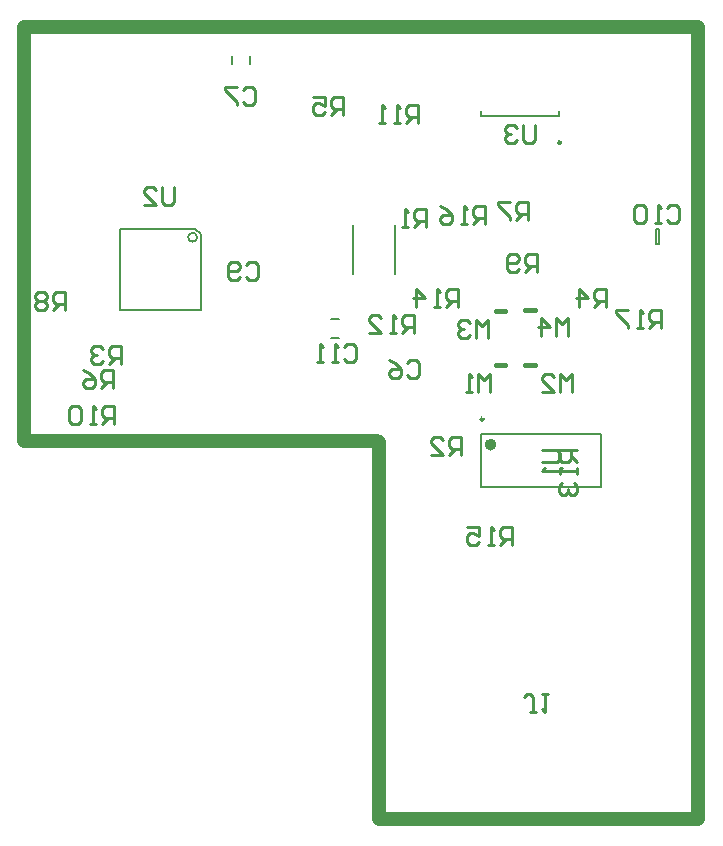
<source format=gbo>
G04*
G04 #@! TF.GenerationSoftware,Altium Limited,Altium Designer,22.2.1 (43)*
G04*
G04 Layer_Color=32896*
%FSLAX44Y44*%
%MOMM*%
G71*
G04*
G04 #@! TF.SameCoordinates,82B9A7A7-C451-481E-A025-ABCBCC36AE2A*
G04*
G04*
G04 #@! TF.FilePolarity,Positive*
G04*
G01*
G75*
%ADD10C,0.2500*%
%ADD11C,0.2000*%
%ADD12C,0.4000*%
%ADD13C,0.2540*%
%ADD17C,1.2000*%
%ADD105C,0.1524*%
%ADD106C,0.5000*%
D10*
X544300Y737500D02*
G03*
X544300Y737500I-1250J0D01*
G01*
X478750Y503250D02*
G03*
X478750Y503250I-1250J0D01*
G01*
D11*
X543000Y760000D02*
Y764000D01*
X477000Y760000D02*
Y764000D01*
Y760000D02*
X543000D01*
X476250Y490750D02*
X578251D01*
X476250Y445750D02*
X578251D01*
X476250D02*
Y490750D01*
X578251Y445750D02*
Y490750D01*
X403500Y626500D02*
Y667500D01*
X368500Y626500D02*
Y667500D01*
X349250Y588000D02*
X356250D01*
X349250Y572000D02*
X356250D01*
X280750Y804000D02*
Y811000D01*
X265750Y804000D02*
Y811000D01*
D12*
X489000Y595000D02*
X497000D01*
X514001Y549501D02*
X522001D01*
X489001D02*
X497001D01*
X514001Y595501D02*
X522001D01*
D13*
X482696Y572383D02*
Y587617D01*
X477617Y582539D01*
X472539Y587617D01*
Y572383D01*
X467461Y585078D02*
X464922Y587617D01*
X459843D01*
X457304Y585078D01*
Y582539D01*
X459843Y580000D01*
X462383D01*
X459843D01*
X457304Y577461D01*
Y574922D01*
X459843Y572383D01*
X464922D01*
X467461Y574922D01*
X553696Y526382D02*
Y541618D01*
X548618Y536539D01*
X543539Y541618D01*
Y526382D01*
X528304D02*
X538461D01*
X528304Y536539D01*
Y539078D01*
X530843Y541618D01*
X535922D01*
X538461Y539078D01*
X484157Y526382D02*
Y541618D01*
X479078Y536539D01*
X474000Y541618D01*
Y526382D01*
X468922D02*
X463843D01*
X466382D01*
Y541618D01*
X468922Y539078D01*
X550696Y573382D02*
Y588618D01*
X545617Y583539D01*
X540539Y588618D01*
Y573382D01*
X527843D02*
Y588618D01*
X535461Y581000D01*
X525304D01*
X459740Y472948D02*
Y488183D01*
X452122D01*
X449583Y485644D01*
Y480565D01*
X452122Y478026D01*
X459740D01*
X454662D02*
X449583Y472948D01*
X434348D02*
X444505D01*
X434348Y483105D01*
Y485644D01*
X436887Y488183D01*
X441966D01*
X444505Y485644D01*
X629044Y580382D02*
Y595617D01*
X621426D01*
X618887Y593078D01*
Y588000D01*
X621426Y585461D01*
X629044D01*
X623965D02*
X618887Y580382D01*
X613809D02*
X608730D01*
X611270D01*
Y595617D01*
X613809Y593078D01*
X601113Y595617D02*
X590956D01*
Y593078D01*
X601113Y582922D01*
Y580382D01*
X480044Y668382D02*
Y683617D01*
X472426D01*
X469887Y681078D01*
Y676000D01*
X472426Y673461D01*
X480044D01*
X474966D02*
X469887Y668382D01*
X464809D02*
X459730D01*
X462270D01*
Y683617D01*
X464809Y681078D01*
X441956Y683617D02*
X447034Y681078D01*
X452113Y676000D01*
Y670922D01*
X449574Y668382D01*
X444495D01*
X441956Y670922D01*
Y673461D01*
X444495Y676000D01*
X452113D01*
X503044Y396382D02*
Y411618D01*
X495426D01*
X492887Y409078D01*
Y404000D01*
X495426Y401461D01*
X503044D01*
X497966D02*
X492887Y396382D01*
X487809D02*
X482730D01*
X485270D01*
Y411618D01*
X487809Y409078D01*
X464956Y411618D02*
X475113D01*
Y404000D01*
X470034Y406539D01*
X467495D01*
X464956Y404000D01*
Y398922D01*
X467495Y396382D01*
X472574D01*
X475113Y398922D01*
X457044Y598382D02*
Y613618D01*
X449426D01*
X446887Y611078D01*
Y606000D01*
X449426Y603461D01*
X457044D01*
X451965D02*
X446887Y598382D01*
X441809D02*
X436730D01*
X439270D01*
Y613618D01*
X441809Y611078D01*
X421495Y598382D02*
Y613618D01*
X429113Y606000D01*
X418956D01*
X557617Y477044D02*
X542382D01*
Y469426D01*
X544922Y466887D01*
X550000D01*
X552539Y469426D01*
Y477044D01*
Y471965D02*
X557617Y466887D01*
Y461809D02*
Y456730D01*
Y459269D01*
X542382D01*
X544922Y461809D01*
Y449113D02*
X542382Y446574D01*
Y441495D01*
X544922Y438956D01*
X547461D01*
X550000Y441495D01*
Y444035D01*
Y441495D01*
X552539Y438956D01*
X555078D01*
X557617Y441495D01*
Y446574D01*
X555078Y449113D01*
X420044Y576382D02*
Y591618D01*
X412426D01*
X409887Y589078D01*
Y584000D01*
X412426Y581461D01*
X420044D01*
X414966D02*
X409887Y576382D01*
X404809D02*
X399730D01*
X402270D01*
Y591618D01*
X404809Y589078D01*
X381956Y576382D02*
X392113D01*
X381956Y586539D01*
Y589078D01*
X384495Y591618D01*
X389574D01*
X392113Y589078D01*
X423004Y753882D02*
Y769118D01*
X415387D01*
X412848Y766578D01*
Y761500D01*
X415387Y758961D01*
X423004D01*
X417926D02*
X412848Y753882D01*
X407769D02*
X402691D01*
X405230D01*
Y769118D01*
X407769Y766578D01*
X395074Y753882D02*
X389995D01*
X392534D01*
Y769118D01*
X395074Y766578D01*
X166044Y499383D02*
Y514618D01*
X158426D01*
X155887Y512078D01*
Y507000D01*
X158426Y504461D01*
X166044D01*
X160965D02*
X155887Y499383D01*
X150809D02*
X145730D01*
X148270D01*
Y514618D01*
X150809Y512078D01*
X138113D02*
X135574Y514618D01*
X130495D01*
X127956Y512078D01*
Y501922D01*
X130495Y499383D01*
X135574D01*
X138113Y501922D01*
Y512078D01*
X523696Y627882D02*
Y643118D01*
X516078D01*
X513539Y640578D01*
Y635500D01*
X516078Y632961D01*
X523696D01*
X518618D02*
X513539Y627882D01*
X508461Y630422D02*
X505922Y627882D01*
X500843D01*
X498304Y630422D01*
Y640578D01*
X500843Y643118D01*
X505922D01*
X508461Y640578D01*
Y638039D01*
X505922Y635500D01*
X498304D01*
X124696Y595382D02*
Y610617D01*
X117078D01*
X114539Y608078D01*
Y603000D01*
X117078Y600461D01*
X124696D01*
X119618D02*
X114539Y595382D01*
X109461Y608078D02*
X106922Y610617D01*
X101843D01*
X99304Y608078D01*
Y605539D01*
X101843Y603000D01*
X99304Y600461D01*
Y597922D01*
X101843Y595382D01*
X106922D01*
X109461Y597922D01*
Y600461D01*
X106922Y603000D01*
X109461Y605539D01*
Y608078D01*
X106922Y603000D02*
X101843D01*
X516696Y671882D02*
Y687117D01*
X509078D01*
X506539Y684578D01*
Y679500D01*
X509078Y676961D01*
X516696D01*
X511618D02*
X506539Y671882D01*
X501461Y687117D02*
X491304D01*
Y684578D01*
X501461Y674422D01*
Y671882D01*
X164696Y529383D02*
Y544618D01*
X157078D01*
X154539Y542078D01*
Y537000D01*
X157078Y534461D01*
X164696D01*
X159618D02*
X154539Y529383D01*
X139304Y544618D02*
X144382Y542078D01*
X149461Y537000D01*
Y531922D01*
X146922Y529383D01*
X141843D01*
X139304Y531922D01*
Y534461D01*
X141843Y537000D01*
X149461D01*
X360078Y760884D02*
Y776119D01*
X352461D01*
X349921Y773580D01*
Y768502D01*
X352461Y765962D01*
X360078D01*
X355000D02*
X349921Y760884D01*
X334686Y776119D02*
X344843D01*
Y768502D01*
X339765Y771041D01*
X337225D01*
X334686Y768502D01*
Y763423D01*
X337225Y760884D01*
X342304D01*
X344843Y763423D01*
X582696Y598382D02*
Y613618D01*
X575078D01*
X572539Y611078D01*
Y606000D01*
X575078Y603461D01*
X582696D01*
X577617D02*
X572539Y598382D01*
X559843D02*
Y613618D01*
X567461Y606000D01*
X557304D01*
X171696Y550382D02*
Y565617D01*
X164078D01*
X161539Y563078D01*
Y558000D01*
X164078Y555461D01*
X171696D01*
X166618D02*
X161539Y550382D01*
X156461Y563078D02*
X153922Y565617D01*
X148843D01*
X146304Y563078D01*
Y560539D01*
X148843Y558000D01*
X151383D01*
X148843D01*
X146304Y555461D01*
Y552922D01*
X148843Y550382D01*
X153922D01*
X156461Y552922D01*
X522696Y752617D02*
Y739922D01*
X520157Y737383D01*
X515078D01*
X512539Y739922D01*
Y752617D01*
X507461Y750078D02*
X504922Y752617D01*
X499843D01*
X497304Y750078D01*
Y747539D01*
X499843Y745000D01*
X502383D01*
X499843D01*
X497304Y742461D01*
Y739922D01*
X499843Y737383D01*
X504922D01*
X507461Y739922D01*
X216956Y699979D02*
Y687284D01*
X214417Y684744D01*
X209338D01*
X206799Y687284D01*
Y699979D01*
X191564Y684744D02*
X201721D01*
X191564Y694901D01*
Y697440D01*
X194103Y699979D01*
X199181D01*
X201721Y697440D01*
X528633Y476907D02*
X541328D01*
X543867Y474367D01*
Y469289D01*
X541328Y466750D01*
X528633D01*
X543867Y461672D02*
Y456593D01*
Y459132D01*
X528633D01*
X531172Y461672D01*
X430157Y666383D02*
Y681618D01*
X422539D01*
X420000Y679078D01*
Y674000D01*
X422539Y671461D01*
X430157D01*
X425078D02*
X420000Y666383D01*
X414922D02*
X409843D01*
X412382D01*
Y681618D01*
X414922Y679078D01*
X523000Y255382D02*
X517922D01*
X520461D01*
Y268078D01*
X517922Y270618D01*
X515382D01*
X512843Y268078D01*
X528078Y270618D02*
X533157D01*
X530618D01*
Y255382D01*
X528078Y257922D01*
X360348Y564078D02*
X362887Y566618D01*
X367966D01*
X370505Y564078D01*
Y553922D01*
X367966Y551382D01*
X362887D01*
X360348Y553922D01*
X355270Y551382D02*
X350191D01*
X352730D01*
Y566618D01*
X355270Y564078D01*
X342574Y551382D02*
X337495D01*
X340034D01*
Y566618D01*
X342574Y564078D01*
X633887Y682078D02*
X636426Y684617D01*
X641505D01*
X644044Y682078D01*
Y671921D01*
X641505Y669382D01*
X636426D01*
X633887Y671921D01*
X628809Y669382D02*
X623730D01*
X626270D01*
Y684617D01*
X628809Y682078D01*
X616113D02*
X613574Y684617D01*
X608495D01*
X605956Y682078D01*
Y671921D01*
X608495Y669382D01*
X613574D01*
X616113Y671921D01*
Y682078D01*
X277289Y634079D02*
X279828Y636618D01*
X284907D01*
X287446Y634079D01*
Y623922D01*
X284907Y621383D01*
X279828D01*
X277289Y623922D01*
X272211D02*
X269671Y621383D01*
X264593D01*
X262054Y623922D01*
Y634079D01*
X264593Y636618D01*
X269671D01*
X272211Y634079D01*
Y631540D01*
X269671Y629000D01*
X262054D01*
X275539Y782078D02*
X278078Y784617D01*
X283157D01*
X285696Y782078D01*
Y771922D01*
X283157Y769382D01*
X278078D01*
X275539Y771922D01*
X270461Y784617D02*
X260304D01*
Y782078D01*
X270461Y771922D01*
Y769382D01*
X414289Y551078D02*
X416828Y553618D01*
X421907D01*
X424446Y551078D01*
Y540922D01*
X421907Y538383D01*
X416828D01*
X414289Y540922D01*
X399054Y553618D02*
X404132Y551078D01*
X409211Y546000D01*
Y540922D01*
X406671Y538383D01*
X401593D01*
X399054Y540922D01*
Y543461D01*
X401593Y546000D01*
X409211D01*
D17*
X90000Y485000D02*
Y835000D01*
X660745D01*
X660750Y834996D01*
Y165000D02*
Y834996D01*
X390000Y165000D02*
X660750D01*
X390000D02*
Y484000D01*
X389000Y485000D02*
X390000Y484000D01*
X90000Y485000D02*
X389000D01*
D105*
X236316Y657368D02*
G03*
X236316Y657368I-3810J0D01*
G01*
X234795Y664226D02*
X239364Y659976D01*
X170784Y664226D02*
X234795D01*
X239364Y595646D02*
Y659976D01*
X170784Y595646D02*
X239364D01*
X170784D02*
Y664226D01*
X625110Y651650D02*
Y664350D01*
X627650D01*
Y651650D02*
Y664350D01*
X625110Y651650D02*
X627650D01*
D106*
X487250Y481750D02*
G03*
X487250Y481750I-2500J0D01*
G01*
M02*

</source>
